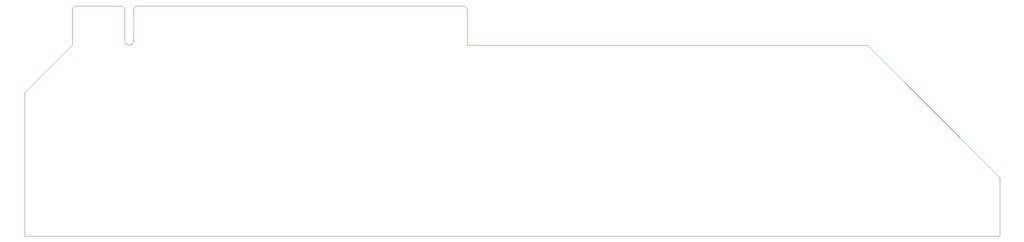
<source format=gm1>
%TF.GenerationSoftware,KiCad,Pcbnew,5.1.6*%
%TF.CreationDate,2020-09-02T12:15:33+02:00*%
%TF.ProjectId,host_adapter,686f7374-5f61-4646-9170-7465722e6b69,rev?*%
%TF.SameCoordinates,Original*%
%TF.FileFunction,Profile,NP*%
%FSLAX46Y46*%
G04 Gerber Fmt 4.6, Leading zero omitted, Abs format (unit mm)*
G04 Created by KiCad (PCBNEW 5.1.6) date 2020-09-02 12:15:33*
%MOMM*%
%LPD*%
G01*
G04 APERTURE LIST*
%TA.AperFunction,Profile*%
%ADD10C,0.050000*%
%TD*%
%TA.AperFunction,Profile*%
%ADD11C,0.100000*%
%TD*%
G04 APERTURE END LIST*
D10*
X35140000Y-75000000D02*
X24976000Y-85164000D01*
X24976000Y-85164000D02*
X24975000Y-115880000D01*
X233175000Y-103300000D02*
X233175000Y-115880000D01*
X233175000Y-103300000D02*
X204875000Y-75000000D01*
X24975000Y-115880000D02*
X233175000Y-115880000D01*
X119440000Y-75000000D02*
X204875000Y-75000000D01*
D11*
%TO.C,J4*%
X119440000Y-67100000D02*
X118940000Y-66600000D01*
X48240000Y-67100000D02*
X48740000Y-66600000D01*
X46340000Y-67100000D02*
X45840000Y-66600000D01*
X35140000Y-67100000D02*
X35640000Y-66600000D01*
X48740000Y-66600000D02*
X118940000Y-66600000D01*
X119440000Y-75000000D02*
X119440000Y-67100000D01*
X35640000Y-66600000D02*
X45840000Y-66600000D01*
X35140000Y-75000000D02*
X35140000Y-67100000D01*
X48240000Y-74050000D02*
X48240000Y-67100000D01*
X46340000Y-74050000D02*
X46340000Y-67100000D01*
X46340000Y-74050000D02*
G75*
G03*
X48240000Y-74050000I950000J0D01*
G01*
%TD*%
M02*

</source>
